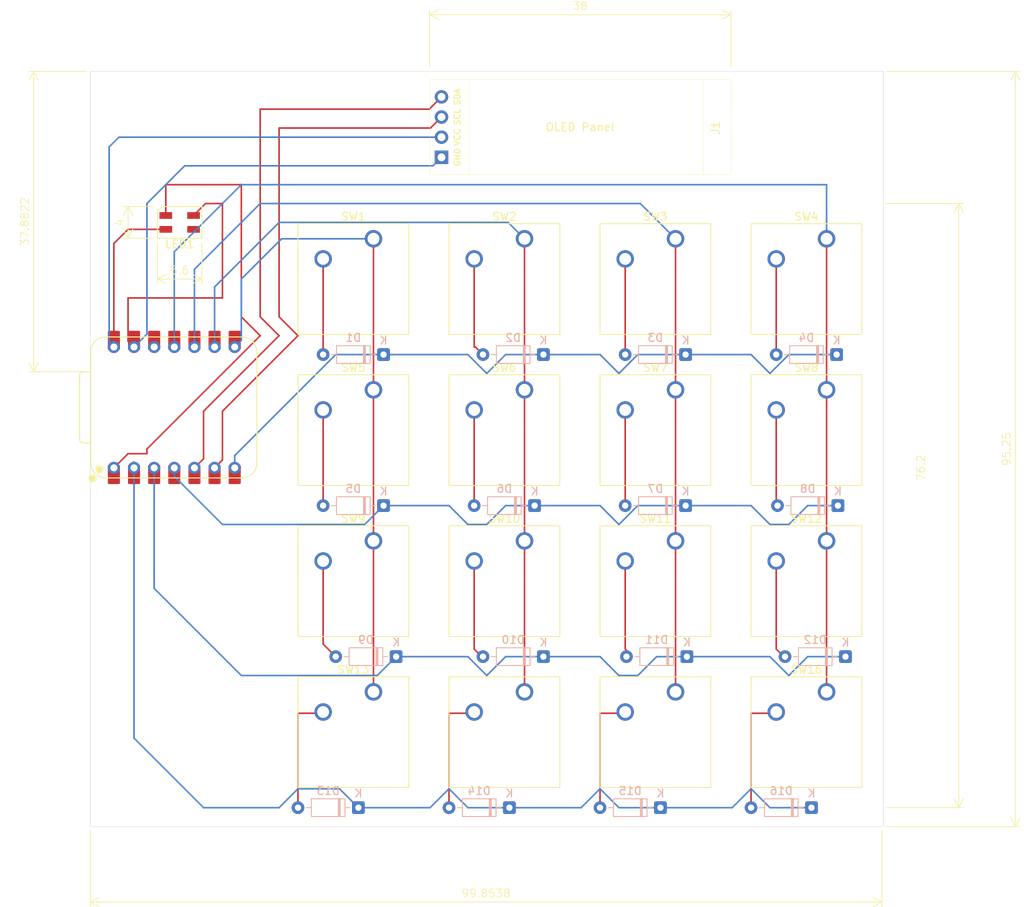
<source format=kicad_pcb>
(kicad_pcb (version 20241229) (generator "pcbnew") (generator_version "9.0")
  (layers (0 "F.Cu" signal) (2 "B.Cu" signal) (13 "F.Paste" user) (15 "B.Paste" user) (5 "F.SilkS" user "F.Silkscreen") (7 "B.SilkS" user "B.Silkscreen") (1 "F.Mask" user) (3 "B.Mask" user) (25 "Edge.Cuts" user))
  (net 0 "")
  (net 1 "Net-(D1-K)")
  (net 2 "Net-(D1-A)")
  (net 3 "Net-(D2-A)")
  (net 4 "Net-(D3-A)")
  (net 5 "Net-(D4-A)")
  (net 6 "Net-(D5-K)")
  (net 7 "Net-(D5-A)")
  (net 8 "Net-(D6-A)")
  (net 9 "Net-(D7-A)")
  (net 10 "Net-(D8-A)")
  (net 11 "Net-(D9-A)")
  (net 12 "+5V")
  (net 13 "GND")
  (net 14 "Net-(D11-A)")
  (net 15 "Net-(D12-A)")
  (net 16 "Net-(D13-A)")
  (net 17 "Net-(D14-A)")
  (net 18 "Net-(D15-A)")
  (net 19 "Net-(D16-A)")
  (net 20 "Net-(J1-Pin_4)")
  (net 21 "Net-(J1-Pin_3)")
  (net 22 "Net-(U1-GPIO1{slash}RX)")
  (net 23 "Net-(U1-GPIO2{slash}SCK)")
  (net 24 "Net-(U1-GPIO4{slash}MISO)")
  (net 25 "Net-(U1-GPIO3{slash}MOSI)")
  (net 27 "Net-(D10-K)")
  (net 28 "Net-(D10-A)")
  (net 29 "Net-(D13-K)")
  (net 31 "Net-(LED1-DIN)")
  (footprint "Button_Switch_Keyboard:SW_Cherry_MX_1.00u_PCB" (layer "F.Cu") (at 123.825 52.07)
    (property "Reference" "SW3" (at -2.54 -2.794 0) (layer "F.SilkS"))
    (property "Value" "SW_Push_45deg")
    (pad "" np_thru_hole circle (at -7.62 5.08) (size 1.7 1.7) (drill 1.7) (layers "*.Cu" "*.Mask"))
    (pad "" np_thru_hole circle (at -2.54 5.08) (size 4 4) (drill 4) (layers "*.Cu" "*.Mask"))
    (pad "" np_thru_hole circle (at 2.54 5.08) (size 1.7 1.7) (drill 1.7) (layers "*.Cu" "*.Mask"))
    (pad "1" thru_hole circle (at 0 0) (size 2.2 2.2) (drill 1.5) (layers "*.Cu" "*.Mask") (net 24 "Net-(U1-GPIO4{slash}MISO)"))
    (pad "2" thru_hole circle (at -6.35 2.54) (size 2.2 2.2) (drill 1.5) (layers "*.Cu" "*.Mask") (net 4 "Net-(D3-A)"))
  )
  (footprint "Button_Switch_Keyboard:SW_Cherry_MX_1.00u_PCB" (layer "F.Cu") (at 85.725 71.12)
    (property "Reference" "SW5" (at -2.54 -2.794 0) (layer "F.SilkS"))
    (property "Value" "SW_Push_45deg")
    (pad "" np_thru_hole circle (at -7.62 5.08) (size 1.7 1.7) (drill 1.7) (layers "*.Cu" "*.Mask"))
    (pad "" np_thru_hole circle (at -2.54 5.08) (size 4 4) (drill 4) (layers "*.Cu" "*.Mask"))
    (pad "" np_thru_hole circle (at 2.54 5.08) (size 1.7 1.7) (drill 1.7) (layers "*.Cu" "*.Mask"))
    (pad "1" thru_hole circle (at 0 0) (size 2.2 2.2) (drill 1.5) (layers "*.Cu" "*.Mask") (net 22 "Net-(U1-GPIO1{slash}RX)"))
    (pad "2" thru_hole circle (at -6.35 2.54) (size 2.2 2.2) (drill 1.5) (layers "*.Cu" "*.Mask") (net 7 "Net-(D5-A)"))
  )
  (footprint "Button_Switch_Keyboard:SW_Cherry_MX_1.00u_PCB" (layer "F.Cu") (at 104.775 109.22)
    (property "Reference" "SW14" (hide yes))
    (property "Value" "SW_Push_45deg")
    (pad "" np_thru_hole circle (at -7.62 5.08) (size 1.7 1.7) (drill 1.7) (layers "*.Cu" "*.Mask"))
    (pad "" np_thru_hole circle (at -2.54 5.08) (size 4 4) (drill 4) (layers "*.Cu" "*.Mask"))
    (pad "" np_thru_hole circle (at 2.54 5.08) (size 1.7 1.7) (drill 1.7) (layers "*.Cu" "*.Mask"))
    (pad "1" thru_hole circle (at 0 0) (size 2.2 2.2) (drill 1.5) (layers "*.Cu" "*.Mask") (net 23 "Net-(U1-GPIO2{slash}SCK)"))
    (pad "2" thru_hole circle (at -6.35 2.54) (size 2.2 2.2) (drill 1.5) (layers "*.Cu" "*.Mask") (net 17 "Net-(D14-A)"))
  )
  (footprint "Button_Switch_Keyboard:SW_Cherry_MX_1.00u_PCB" (layer "F.Cu") (at 104.775 52.07)
    (property "Reference" "SW2" (at -2.54 -2.794 0) (layer "F.SilkS"))
    (property "Value" "SW_Push_45deg")
    (pad "" np_thru_hole circle (at -7.62 5.08) (size 1.7 1.7) (drill 1.7) (layers "*.Cu" "*.Mask"))
    (pad "" np_thru_hole circle (at -2.54 5.08) (size 4 4) (drill 4) (layers "*.Cu" "*.Mask"))
    (pad "" np_thru_hole circle (at 2.54 5.08) (size 1.7 1.7) (drill 1.7) (layers "*.Cu" "*.Mask"))
    (pad "1" thru_hole circle (at 0 0) (size 2.2 2.2) (drill 1.5) (layers "*.Cu" "*.Mask") (net 23 "Net-(U1-GPIO2{slash}SCK)"))
    (pad "2" thru_hole circle (at -6.35 2.54) (size 2.2 2.2) (drill 1.5) (layers "*.Cu" "*.Mask") (net 3 "Net-(D2-A)"))
  )
  (footprint "Button_Switch_Keyboard:SW_Cherry_MX_1.00u_PCB" (layer "F.Cu") (at 123.825 109.22)
    (property "Reference" "SW15" (hide yes))
    (property "Value" "SW_Push_45deg")
    (pad "" np_thru_hole circle (at -7.62 5.08) (size 1.7 1.7) (drill 1.7) (layers "*.Cu" "*.Mask"))
    (pad "" np_thru_hole circle (at -2.54 5.08) (size 4 4) (drill 4) (layers "*.Cu" "*.Mask"))
    (pad "" np_thru_hole circle (at 2.54 5.08) (size 1.7 1.7) (drill 1.7) (layers "*.Cu" "*.Mask"))
    (pad "1" thru_hole circle (at 0 0) (size 2.2 2.2) (drill 1.5) (layers "*.Cu" "*.Mask") (net 24 "Net-(U1-GPIO4{slash}MISO)"))
    (pad "2" thru_hole circle (at -6.35 2.54) (size 2.2 2.2) (drill 1.5) (layers "*.Cu" "*.Mask") (net 18 "Net-(D15-A)"))
  )
  (footprint "OPL Library:XIAO-RP2040-DIP" (layer "F.Cu") (at 60.60125 73.3425 90)
    (property "Reference" "U1" (hide yes))
    (property "Value" "XIAO-RP2040-DIP")
    (pad "1" smd roundrect (at -8.455 -7.62 270) (size 2.432 1.524) (layers "F.Cu" "F.Mask") (roundrect_rratio 0.1) (net 31 "Net-(LED1-DIN)"))
    (pad "1" thru_hole circle (at -7.62 -7.62 270) (size 1.524 1.524) (drill 0.889) (layers "*.Cu" "*.Mask") (net 31 "Net-(LED1-DIN)"))
    (pad "2" smd roundrect (at -8.455 -5.08 270) (size 2.432 1.524) (layers "F.Cu" "F.Mask") (roundrect_rratio 0.1) (net 29 "Net-(D13-K)"))
    (pad "2" thru_hole circle (at -7.62 -5.08 270) (size 1.524 1.524) (drill 0.889) (layers "*.Cu" "*.Mask") (net 29 "Net-(D13-K)"))
    (pad "3" smd roundrect (at -8.455 -2.54 270) (size 2.432 1.524) (layers "F.Cu" "F.Mask") (roundrect_rratio 0.1) (net 27 "Net-(D10-K)"))
    (pad "3" thru_hole circle (at -7.62 -2.54 270) (size 1.524 1.524) (drill 0.889) (layers "*.Cu" "*.Mask") (net 27 "Net-(D10-K)"))
    (pad "4" smd roundrect (at -8.455 0 270) (size 2.432 1.524) (layers "F.Cu" "F.Mask") (roundrect_rratio 0.1) (net 6 "Net-(D5-K)"))
    (pad "4" thru_hole circle (at -7.62 0 270) (size 1.524 1.524) (drill 0.889) (layers "*.Cu" "*.Mask") (net 6 "Net-(D5-K)"))
    (pad "5" smd roundrect (at -8.455 2.54 270) (size 2.432 1.524) (layers "F.Cu" "F.Mask") (roundrect_rratio 0.1) (net 20 "Net-(J1-Pin_4)"))
    (pad "5" thru_hole circle (at -7.62 2.54 270) (size 1.524 1.524) (drill 0.889) (layers "*.Cu" "*.Mask") (net 20 "Net-(J1-Pin_4)"))
    (pad "6" smd roundrect (at -8.455 5.08 270) (size 2.432 1.524) (layers "F.Cu" "F.Mask") (roundrect_rratio 0.1) (net 21 "Net-(J1-Pin_3)"))
    (pad "6" thru_hole circle (at -7.62 5.08 270) (size 1.524 1.524) (drill 0.889) (layers "*.Cu" "*.Mask") (net 21 "Net-(J1-Pin_3)"))
    (pad "7" smd roundrect (at -8.455 7.62 270) (size 2.432 1.524) (layers "F.Cu" "F.Mask") (roundrect_rratio 0.1) (net 1 "Net-(D1-K)"))
    (pad "7" thru_hole circle (at -7.62 7.62 270) (size 1.524 1.524) (drill 0.889) (layers "*.Cu" "*.Mask") (net 1 "Net-(D1-K)"))
    (pad "8" thru_hole circle (at 7.62 7.62 90) (size 1.524 1.524) (drill 0.889) (layers "*.Cu" "*.Mask") (net 22 "Net-(U1-GPIO1{slash}RX)"))
    (pad "8" smd roundrect (at 8.455 7.62 90) (size 2.432 1.524) (layers "F.Cu" "F.Mask") (roundrect_rratio 0.1) (net 22 "Net-(U1-GPIO1{slash}RX)"))
    (pad "9" thru_hole circle (at 7.62 5.08 90) (size 1.524 1.524) (drill 0.889) (layers "*.Cu" "*.Mask") (net 23 "Net-(U1-GPIO2{slash}SCK)"))
    (pad "9" smd roundrect (at 8.455 5.08 90) (size 2.432 1.524) (layers "F.Cu" "F.Mask") (roundrect_rratio 0.1) (net 23 "Net-(U1-GPIO2{slash}SCK)"))
    (pad "10" thru_hole circle (at 7.62 2.54 90) (size 1.524 1.524) (drill 0.889) (layers "*.Cu" "*.Mask") (net 24 "Net-(U1-GPIO4{slash}MISO)"))
    (pad "10" smd roundrect (at 8.455 2.54 90) (size 2.432 1.524) (layers "F.Cu" "F.Mask") (roundrect_rratio 0.1) (net 24 "Net-(U1-GPIO4{slash}MISO)"))
    (pad "11" thru_hole circle (at 7.62 0 90) (size 1.524 1.524) (drill 0.889) (layers "*.Cu" "*.Mask") (net 25 "Net-(U1-GPIO3{slash}MOSI)"))
    (pad "11" smd roundrect (at 8.455 0 90) (size 2.432 1.524) (layers "F.Cu" "F.Mask") (roundrect_rratio 0.1) (net 25 "Net-(U1-GPIO3{slash}MOSI)"))
    (pad "12" thru_hole circle (at 7.62 -2.54 90) (size 1.524 1.524) (drill 0.889) (layers "*.Cu" "*.Mask"))
    (pad "12" smd roundrect (at 8.455 -2.54 90) (size 2.432 1.524) (layers "F.Cu" "F.Mask") (roundrect_rratio 0.1))
    (pad "13" thru_hole circle (at 7.62 -5.08 90) (size 1.524 1.524) (drill 0.889) (layers "*.Cu" "*.Mask") (net 13 "GND"))
    (pad "13" smd roundrect (at 8.455 -5.08 90) (size 2.432 1.524) (layers "F.Cu" "F.Mask") (roundrect_rratio 0.1) (net 13 "GND"))
    (pad "14" thru_hole circle (at 7.62 -7.62 90) (size 1.524 1.524) (drill 0.889) (layers "*.Cu" "*.Mask") (net 12 "+5V"))
    (pad "14" smd roundrect (at 8.455 -7.62 90) (size 2.432 1.524) (layers "F.Cu" "F.Mask") (roundrect_rratio 0.1) (net 12 "+5V"))
  )
  (footprint "Button_Switch_Keyboard:SW_Cherry_MX_1.00u_PCB" (layer "F.Cu") (at 142.875 71.12)
    (property "Reference" "SW8" (at -2.54 -2.794 0) (layer "F.SilkS"))
    (property "Value" "SW_Push_45deg")
    (pad "" np_thru_hole circle (at -7.62 5.08) (size 1.7 1.7) (drill 1.7) (layers "*.Cu" "*.Mask"))
    (pad "" np_thru_hole circle (at -2.54 5.08) (size 4 4) (drill 4) (layers "*.Cu" "*.Mask"))
    (pad "" np_thru_hole circle (at 2.54 5.08) (size 1.7 1.7) (drill 1.7) (layers "*.Cu" "*.Mask"))
    (pad "1" thru_hole circle (at 0 0) (size 2.2 2.2) (drill 1.5) (layers "*.Cu" "*.Mask") (net 25 "Net-(U1-GPIO3{slash}MOSI)"))
    (pad "2" thru_hole circle (at -6.35 2.54) (size 2.2 2.2) (drill 1.5) (layers "*.Cu" "*.Mask") (net 10 "Net-(D8-A)"))
  )
  (footprint "LED_SMD:LED_SK6812MINI_PLCC4_3.5x3.5mm_P1.75mm" (layer "F.Cu") (at 61.28125 50.00625 180)
    (property "Reference" "LED1" (at 0 -2.75 180) (layer "F.SilkS"))
    (property "Value" "SK6812MINI")
    (pad "1" smd rect (at -1.75 -0.875 180) (size 1.6 0.85) (layers "F.Cu" "F.Mask" "F.Paste"))
    (pad "2" smd rect (at -1.75 0.875 180) (size 1.6 0.85) (layers "F.Cu" "F.Mask" "F.Paste") (net 13 "GND"))
    (pad "3" smd rect (at 1.75 0.875 180) (size 1.6 0.85) (layers "F.Cu" "F.Mask" "F.Paste") (net 31 "Net-(LED1-DIN)"))
    (pad "4" smd rect (at 1.75 -0.875 180) (size 1.6 0.85) (layers "F.Cu" "F.Mask" "F.Paste") (net 12 "+5V"))
  )
  (footprint "Button_Switch_Keyboard:SW_Cherry_MX_1.00u_PCB" (layer "F.Cu") (at 85.725 109.22)
    (property "Reference" "SW13" (at -2.54 -2.794 0) (layer "F.SilkS"))
    (property "Value" "SW_Push_45deg")
    (pad "" np_thru_hole circle (at -7.62 5.08) (size 1.7 1.7) (drill 1.7) (layers "*.Cu" "*.Mask"))
    (pad "" np_thru_hole circle (at -2.54 5.08) (size 4 4) (drill 4) (layers "*.Cu" "*.Mask"))
    (pad "" np_thru_hole circle (at 2.54 5.08) (size 1.7 1.7) (drill 1.7) (layers "*.Cu" "*.Mask"))
    (pad "1" thru_hole circle (at 0 0) (size 2.2 2.2) (drill 1.5) (layers "*.Cu" "*.Mask") (net 22 "Net-(U1-GPIO1{slash}RX)"))
    (pad "2" thru_hole circle (at -6.35 2.54) (size 2.2 2.2) (drill 1.5) (layers "*.Cu" "*.Mask") (net 16 "Net-(D13-A)"))
  )
  (footprint "Button_Switch_Keyboard:SW_Cherry_MX_1.00u_PCB" (layer "F.Cu") (at 142.875 109.22)
    (property "Reference" "SW16" (at -2.54 -2.794 0) (layer "F.SilkS"))
    (property "Value" "SW_Push_45deg")
    (pad "" np_thru_hole circle (at -7.62 5.08) (size 1.7 1.7) (drill 1.7) (layers "*.Cu" "*.Mask"))
    (pad "" np_thru_hole circle (at -2.54 5.08) (size 4 4) (drill 4) (layers "*.Cu" "*.Mask"))
    (pad "" np_thru_hole circle (at 2.54 5.08) (size 1.7 1.7) (drill 1.7) (layers "*.Cu" "*.Mask"))
    (pad "1" thru_hole circle (at 0 0) (size 2.2 2.2) (drill 1.5) (layers "*.Cu" "*.Mask") (net 25 "Net-(U1-GPIO3{slash}MOSI)"))
    (pad "2" thru_hole circle (at -6.35 2.54) (size 2.2 2.2) (drill 1.5) (layers "*.Cu" "*.Mask") (net 19 "Net-(D16-A)"))
  )
  (footprint "Button_Switch_Keyboard:SW_Cherry_MX_1.00u_PCB" (layer "F.Cu") (at 85.725 52.07)
    (property "Reference" "SW1" (at -2.54 -2.794 0) (layer "F.SilkS"))
    (property "Value" "SW_Push_45deg")
    (pad "" np_thru_hole circle (at -7.62 5.08) (size 1.7 1.7) (drill 1.7) (layers "*.Cu" "*.Mask"))
    (pad "" np_thru_hole circle (at -2.54 5.08) (size 4 4) (drill 4) (layers "*.Cu" "*.Mask"))
    (pad "" np_thru_hole circle (at 2.54 5.08) (size 1.7 1.7) (drill 1.7) (layers "*.Cu" "*.Mask"))
    (pad "1" thru_hole circle (at 0 0) (size 2.2 2.2) (drill 1.5) (layers "*.Cu" "*.Mask") (net 22 "Net-(U1-GPIO1{slash}RX)"))
    (pad "2" thru_hole circle (at -6.35 2.54) (size 2.2 2.2) (drill 1.5) (layers "*.Cu" "*.Mask") (net 2 "Net-(D1-A)"))
  )
  (footprint "Button_Switch_Keyboard:SW_Cherry_MX_1.00u_PCB" (layer "F.Cu") (at 142.875 90.17)
    (property "Reference" "SW12" (at -2.54 -2.794 0) (layer "F.SilkS"))
    (property "Value" "SW_Push_45deg")
    (pad "" np_thru_hole circle (at -7.62 5.08) (size 1.7 1.7) (drill 1.7) (layers "*.Cu" "*.Mask"))
    (pad "" np_thru_hole circle (at -2.54 5.08) (size 4 4) (drill 4) (layers "*.Cu" "*.Mask"))
    (pad "" np_thru_hole circle (at 2.54 5.08) (size 1.7 1.7) (drill 1.7) (layers "*.Cu" "*.Mask"))
    (pad "1" thru_hole circle (at 0 0) (size 2.2 2.2) (drill 1.5) (layers "*.Cu" "*.Mask") (net 25 "Net-(U1-GPIO3{slash}MOSI)"))
    (pad "2" thru_hole circle (at -6.35 2.54) (size 2.2 2.2) (drill 1.5) (layers "*.Cu" "*.Mask") (net 15 "Net-(D12-A)"))
  )
  (footprint "Button_Switch_Keyboard:SW_Cherry_MX_1.00u_PCB" (layer "F.Cu") (at 85.725 90.17)
    (property "Reference" "SW9" (at -2.54 -2.794 0) (layer "F.SilkS"))
    (property "Value" "SW_Push_45deg")
    (pad "" np_thru_hole circle (at -7.62 5.08) (size 1.7 1.7) (drill 1.7) (layers "*.Cu" "*.Mask"))
    (pad "" np_thru_hole circle (at -2.54 5.08) (size 4 4) (drill 4) (layers "*.Cu" "*.Mask"))
    (pad "" np_thru_hole circle (at 2.54 5.08) (size 1.7 1.7) (drill 1.7) (layers "*.Cu" "*.Mask"))
    (pad "1" thru_hole circle (at 0 0) (size 2.2 2.2) (drill 1.5) (layers "*.Cu" "*.Mask") (net 22 "Net-(U1-GPIO1{slash}RX)"))
    (pad "2" thru_hole circle (at -6.35 2.54) (size 2.2 2.2) (drill 1.5) (layers "*.Cu" "*.Mask") (net 11 "Net-(D9-A)"))
  )
  (footprint "Button_Switch_Keyboard:SW_Cherry_MX_1.00u_PCB" (layer "F.Cu") (at 104.775 71.12)
    (property "Reference" "SW6" (at -2.54 -2.794 0) (layer "F.SilkS"))
    (property "Value" "SW_Push_45deg")
    (pad "" np_thru_hole circle (at -7.62 5.08) (size 1.7 1.7) (drill 1.7) (layers "*.Cu" "*.Mask"))
    (pad "" np_thru_hole circle (at -2.54 5.08) (size 4 4) (drill 4) (layers "*.Cu" "*.Mask"))
    (pad "" np_thru_hole circle (at 2.54 5.08) (size 1.7 1.7) (drill 1.7) (layers "*.Cu" "*.Mask"))
    (pad "1" thru_hole circle (at 0 0) (size 2.2 2.2) (drill 1.5) (layers "*.Cu" "*.Mask") (net 23 "Net-(U1-GPIO2{slash}SCK)"))
    (pad "2" thru_hole circle (at -6.35 2.54) (size 2.2 2.2) (drill 1.5) (layers "*.Cu" "*.Mask") (net 8 "Net-(D6-A)"))
  )
  (footprint "Button_Switch_Keyboard:SW_Cherry_MX_1.00u_PCB" (layer "F.Cu") (at 123.825 71.12)
    (property "Reference" "SW7" (at -2.54 -2.794 0) (layer "F.SilkS"))
    (property "Value" "SW_Push_45deg")
    (pad "" np_thru_hole circle (at -7.62 5.08) (size 1.7 1.7) (drill 1.7) (layers "*.Cu" "*.Mask"))
    (pad "" np_thru_hole circle (at -2.54 5.08) (size 4 4) (drill 4) (layers "*.Cu" "*.Mask"))
    (pad "" np_thru_hole circle (at 2.54 5.08) (size 1.7 1.7) (drill 1.7) (layers "*.Cu" "*.Mask"))
    (pad "1" thru_hole circle (at 0 0) (size 2.2 2.2) (drill 1.5) (layers "*.Cu" "*.Mask") (net 24 "Net-(U1-GPIO4{slash}MISO)"))
    (pad "2" thru_hole circle (at -6.35 2.54) (size 2.2 2.2) (drill 1.5) (layers "*.Cu" "*.Mask") (net 9 "Net-(D7-A)"))
  )
  (footprint "Button_Switch_Keyboard:SW_Cherry_MX_1.00u_PCB" (layer "F.Cu") (at 104.775 90.17)
    (property "Reference" "SW10" (at -2.54 -2.794 0) (layer "F.SilkS"))
    (property "Value" "SW_Push_45deg")
    (pad "" np_thru_hole circle (at -7.62 5.08) (size 1.7 1.7) (drill 1.7) (layers "*.Cu" "*.Mask"))
    (pad "" np_thru_hole circle (at -2.54 5.08) (size 4 4) (drill 4) (layers "*.Cu" "*.Mask"))
    (pad "" np_thru_hole circle (at 2.54 5.08) (size 1.7 1.7) (drill 1.7) (layers "*.Cu" "*.Mask"))
    (pad "1" thru_hole circle (at 0 0) (size 2.2 2.2) (drill 1.5) (layers "*.Cu" "*.Mask") (net 23 "Net-(U1-GPIO2{slash}SCK)"))
    (pad "2" thru_hole circle (at -6.35 2.54) (size 2.2 2.2) (drill 1.5) (layers "*.Cu" "*.Mask") (net 28 "Net-(D10-A)"))
  )
  (footprint "Button_Switch_Keyboard:SW_Cherry_MX_1.00u_PCB" (layer "F.Cu") (at 142.875 52.07)
    (property "Reference" "SW4" (at -2.54 -2.794 0) (layer "F.SilkS"))
    (property "Value" "SW_Push_45deg")
    (pad "" np_thru_hole circle (at -7.62 5.08) (size 1.7 1.7) (drill 1.7) (layers "*.Cu" "*.Mask"))
    (pad "" np_thru_hole circle (at -2.54 5.08) (size 4 4) (drill 4) (layers "*.Cu" "*.Mask"))
    (pad "" np_thru_hole circle (at 2.54 5.08) (size 1.7 1.7) (drill 1.7) (layers "*.Cu" "*.Mask"))
    (pad "1" thru_hole circle (at 0 0) (size 2.2 2.2) (drill 1.5) (layers "*.Cu" "*.Mask") (net 25 "Net-(U1-GPIO3{slash}MOSI)"))
    (pad "2" thru_hole circle (at -6.35 2.54) (size 2.2 2.2) (drill 1.5) (layers "*.Cu" "*.Mask") (net 5 "Net-(D4-A)"))
  )
  (footprint "screen:SSD1306-0.91-OLED-4pin-128x32" (layer "F.Cu") (at 130.80375 43.985 180)
    (property "Reference" "J1" (at 1.9 5.91 270) (layer "F.SilkS"))
    (property "Value" "OLED" (hide yes))
    (fp_text user "OLED Panel" (at 19 6 180) (layer "F.SilkS"))
    (fp_text user "VCC" (at 34.5 4.73 90) (layer "F.SilkS") (effects (font (size 0.75 0.75))))
    (fp_text user "GND" (at 34.5 2.19 90) (layer "F.SilkS") (effects (font (size 0.75 0.75))))
    (fp_text user "SDA" (at 34.5 9.81 90) (layer "F.SilkS") (effects (font (size 0.75 0.75))))
    (fp_text user "SCL" (at 34.5 7.27 90) (layer "F.SilkS") (effects (font (size 0.75 0.75))))
    (pad "1" thru_hole rect (at 36.5 2.19 180) (size 1.7 1.7) (drill 1) (layers "*.Cu" "*.Mask") (net 13 "GND"))
    (pad "2" thru_hole oval (at 36.5 4.73 180) (size 1.7 1.7) (drill 1) (layers "*.Cu" "*.Mask") (net 12 "+5V"))
    (pad "3" thru_hole oval (at 36.5 7.27 180) (size 1.7 1.7) (drill 1) (layers "*.Cu" "*.Mask") (net 21 "Net-(J1-Pin_3)"))
    (pad "4" thru_hole oval (at 36.5 9.81 180) (size 1.7 1.7) (drill 1) (layers "*.Cu" "*.Mask") (net 20 "Net-(J1-Pin_4)"))
  )
  (footprint "Button_Switch_Keyboard:SW_Cherry_MX_1.00u_PCB" (layer "F.Cu") (at 123.825 90.17)
    (property "Reference" "SW11" (at -2.54 -2.794 0) (layer "F.SilkS"))
    (property "Value" "SW_Push_45deg")
    (pad "" np_thru_hole circle (at -7.62 5.08) (size 1.7 1.7) (drill 1.7) (layers "*.Cu" "*.Mask"))
    (pad "" np_thru_hole circle (at -2.54 5.08) (size 4 4) (drill 4) (layers "*.Cu" "*.Mask"))
    (pad "" np_thru_hole circle (at 2.54 5.08) (size 1.7 1.7) (drill 1.7) (layers "*.Cu" "*.Mask"))
    (pad "1" thru_hole circle (at 0 0) (size 2.2 2.2) (drill 1.5) (layers "*.Cu" "*.Mask") (net 24 "Net-(U1-GPIO4{slash}MISO)"))
    (pad "2" thru_hole circle (at -6.35 2.54) (size 2.2 2.2) (drill 1.5) (layers "*.Cu" "*.Mask") (net 14 "Net-(D11-A)"))
  )
  (footprint "Diode_THT:D_DO-35_SOD27_P7.62mm_Horizontal" (layer "B.Cu") (at 125.095 66.675 180)
    (property "Reference" "D3" (at 3.81 2.12 0) (layer "B.SilkS") (effects (justify mirror)))
    (property "Value" "1N4148")
    (fp_text user "K" (at 0 1.8 0) (layer "B.SilkS") (effects (justify mirror)))
    (pad "1" thru_hole roundrect (at 0 0 180) (size 1.6 1.6) (drill 0.8) (layers "*.Cu" "*.Mask") (roundrect_rratio 0.15625) (net 1 "Net-(D1-K)"))
    (pad "2" thru_hole circle (at 7.62 0 180) (size 1.6 1.6) (drill 0.8) (layers "*.Cu" "*.Mask") (net 4 "Net-(D3-A)"))
  )
  (footprint "Diode_THT:D_DO-35_SOD27_P7.62mm_Horizontal" (layer "B.Cu") (at 145.25625 104.775 180)
    (property "Reference" "D12" (at 3.81 2.12 0) (layer "B.SilkS") (effects (justify mirror)))
    (property "Value" "1N4148")
    (fp_text user "K" (at 0 1.8 0) (layer "B.SilkS") (effects (justify mirror)))
    (pad "1" thru_hole roundrect (at 0 0 180) (size 1.6 1.6) (drill 0.8) (layers "*.Cu" "*.Mask") (roundrect_rratio 0.15625) (net 27 "Net-(D10-K)"))
    (pad "2" thru_hole circle (at 7.62 0 180) (size 1.6 1.6) (drill 0.8) (layers "*.Cu" "*.Mask") (net 15 "Net-(D12-A)"))
  )
  (footprint "Diode_THT:D_DO-35_SOD27_P7.62mm_Horizontal" (layer "B.Cu") (at 125.25375 104.775 180)
    (property "Reference" "D11" (at 3.81 2.12 0) (layer "B.SilkS") (effects (justify mirror)))
    (property "Value" "1N4148")
    (fp_text user "K" (at 0 1.8 0) (layer "B.SilkS") (effects (justify mirror)))
    (pad "1" thru_hole roundrect (at 0 0 180) (size 1.6 1.6) (drill 0.8) (layers "*.Cu" "*.Mask") (roundrect_rratio 0.15625) (net 27 "Net-(D10-K)"))
    (pad "2" thru_hole circle (at 7.62 0 180) (size 1.6 1.6) (drill 0.8) (layers "*.Cu" "*.Mask") (net 14 "Net-(D11-A)"))
  )
  (footprint "Diode_THT:D_DO-35_SOD27_P7.62mm_Horizontal" (layer "B.Cu") (at 121.92 123.825 180)
    (property "Reference" "D15" (at 3.81 2.12 0) (layer "B.SilkS") (effects (justify mirror)))
    (property "Value" "1N4148")
    (fp_text user "K" (at 0 1.8 0) (layer "B.SilkS") (effects (justify mirror)))
    (pad "1" thru_hole roundrect (at 0 0 180) (size 1.6 1.6) (drill 0.8) (layers "*.Cu" "*.Mask") (roundrect_rratio 0.15625) (net 29 "Net-(D13-K)"))
    (pad "2" thru_hole circle (at 7.62 0 180) (size 1.6 1.6) (drill 0.8) (layers "*.Cu" "*.Mask") (net 18 "Net-(D15-A)"))
  )
  (footprint "Diode_THT:D_DO-35_SOD27_P7.62mm_Horizontal" (layer "B.Cu") (at 140.97 123.825 180)
    (property "Reference" "D16" (at 3.81 2.12 0) (layer "B.SilkS") (effects (justify mirror)))
    (property "Value" "1N4148")
    (fp_text user "K" (at 0 1.8 0) (layer "B.SilkS") (effects (justify mirror)))
    (pad "1" thru_hole roundrect (at 0 0 180) (size 1.6 1.6) (drill 0.8) (layers "*.Cu" "*.Mask") (roundrect_rratio 0.15625) (net 29 "Net-(D13-K)"))
    (pad "2" thru_hole circle (at 7.62 0 180) (size 1.6 1.6) (drill 0.8) (layers "*.Cu" "*.Mask") (net 19 "Net-(D16-A)"))
  )
  (footprint "Diode_THT:D_DO-35_SOD27_P7.62mm_Horizontal" (layer "B.Cu") (at 107.15625 104.775 180)
    (property "Reference" "D10" (at 3.81 2.12 0) (layer "B.SilkS") (effects (justify mirror)))
    (property "Value" "1N4148")
    (fp_text user "K" (at 0 1.8 0) (layer "B.SilkS") (effects (justify mirror)))
    (pad "1" thru_hole roundrect (at 0 0 180) (size 1.6 1.6) (drill 0.8) (layers "*.Cu" "*.Mask") (roundrect_rratio 0.15625) (net 27 "Net-(D10-K)"))
    (pad "2" thru_hole circle (at 7.62 0 180) (size 1.6 1.6) (drill 0.8) (layers "*.Cu" "*.Mask") (net 28 "Net-(D10-A)"))
  )
  (footprint "Diode_THT:D_DO-35_SOD27_P7.62mm_Horizontal" (layer "B.Cu") (at 144.145 66.675 180)
    (property "Reference" "D4" (at 3.81 2.12 0) (layer "B.SilkS") (effects (justify mirror)))
    (property "Value" "1N4148")
    (fp_text user "K" (at 0 1.8 0) (layer "B.SilkS") (effects (justify mirror)))
    (pad "1" thru_hole roundrect (at 0 0 180) (size 1.6 1.6) (drill 0.8) (layers "*.Cu" "*.Mask") (roundrect_rratio 0.15625) (net 1 "Net-(D1-K)"))
    (pad "2" thru_hole circle (at 7.62 0 180) (size 1.6 1.6) (drill 0.8) (layers "*.Cu" "*.Mask") (net 5 "Net-(D4-A)"))
  )
  (footprint "Diode_THT:D_DO-35_SOD27_P7.62mm_Horizontal" (layer "B.Cu") (at 86.995 66.675 180)
    (property "Reference" "D1" (at 3.81 2.12 0) (layer "B.SilkS") (effects (justify mirror)))
    (property "Value" "1N4148")
    (fp_text user "K" (at 0 1.8 0) (layer "B.SilkS") (effects (justify mirror)))
    (pad "1" thru_hole roundrect (at 0 0 180) (size 1.6 1.6) (drill 0.8) (layers "*.Cu" "*.Mask") (roundrect_rratio 0.15625) (net 1 "Net-(D1-K)"))
    (pad "2" thru_hole circle (at 7.62 0 180) (size 1.6 1.6) (drill 0.8) (layers "*.Cu" "*.Mask") (net 2 "Net-(D1-A)"))
  )
  (footprint "Diode_THT:D_DO-35_SOD27_P7.62mm_Horizontal" (layer "B.Cu") (at 102.87 123.825 180)
    (property "Reference" "D14" (at 3.81 2.12 0) (layer "B.SilkS") (effects (justify mirror)))
    (property "Value" "1N4148")
    (fp_text user "K" (at 0 1.8 0) (layer "B.SilkS") (effects (justify mirror)))
    (pad "1" thru_hole roundrect (at 0 0 180) (size 1.6 1.6) (drill 0.8) (layers "*.Cu" "*.Mask") (roundrect_rratio 0.15625) (net 29 "Net-(D13-K)"))
    (pad "2" thru_hole circle (at 7.62 0 180) (size 1.6 1.6) (drill 0.8) (layers "*.Cu" "*.Mask") (net 17 "Net-(D14-A)"))
  )
  (footprint "Diode_THT:D_DO-35_SOD27_P7.62mm_Horizontal" (layer "B.Cu") (at 144.30375 85.725 180)
    (property "Reference" "D8" (at 3.81 2.12 0) (layer "B.SilkS") (effects (justify mirror)))
    (property "Value" "1N4148")
    (fp_text user "K" (at 0 1.8 0) (layer "B.SilkS") (effects (justify mirror)))
    (pad "1" thru_hole roundrect (at 0 0 180) (size 1.6 1.6) (drill 0.8) (layers "*.Cu" "*.Mask") (roundrect_rratio 0.15625) (net 6 "Net-(D5-K)"))
    (pad "2" thru_hole circle (at 7.62 0 180) (size 1.6 1.6) (drill 0.8) (layers "*.Cu" "*.Mask") (net 10 "Net-(D8-A)"))
  )
  (footprint "Diode_THT:D_DO-35_SOD27_P7.62mm_Horizontal" (layer "B.Cu") (at 125.095 85.725 180)
    (property "Reference" "D7" (at 3.81 2.12 0) (layer "B.SilkS") (effects (justify mirror)))
    (property "Value" "1N4148")
    (fp_text user "K" (at 0 1.8 0) (layer "B.SilkS") (effects (justify mirror)))
    (pad "1" thru_hole roundrect (at 0 0 180) (size 1.6 1.6) (drill 0.8) (layers "*.Cu" "*.Mask") (roundrect_rratio 0.15625) (net 6 "Net-(D5-K)"))
    (pad "2" thru_hole circle (at 7.62 0 180) (size 1.6 1.6) (drill 0.8) (layers "*.Cu" "*.Mask") (net 9 "Net-(D7-A)"))
  )
  (footprint "Diode_THT:D_DO-35_SOD27_P7.62mm_Horizontal" (layer "B.Cu") (at 86.995 85.725 180)
    (property "Reference" "D5" (at 3.81 2.12 0) (layer "B.SilkS") (effects (justify mirror)))
    (property "Value" "1N4148")
    (fp_text user "K" (at 0 1.8 0) (layer "B.SilkS") (effects (justify mirror)))
    (pad "1" thru_hole roundrect (at 0 0 180) (size 1.6 1.6) (drill 0.8) (layers "*.Cu" "*.Mask") (roundrect_rratio 0.15625) (net 6 "Net-(D5-K)"))
    (pad "2" thru_hole circle (at 7.62 0 180) (size 1.6 1.6) (drill 0.8) (layers "*.Cu" "*.Mask") (net 7 "Net-(D5-A)"))
  )
  (footprint "Diode_THT:D_DO-35_SOD27_P7.62mm_Horizontal" (layer "B.Cu") (at 83.82 123.825 180)
    (property "Reference" "D13" (at 3.81 2.12 0) (layer "B.SilkS") (effects (justify mirror)))
    (property "Value" "1N4148")
    (fp_text user "K" (at 0 1.8 0) (layer "B.SilkS") (effects (justify mirror)))
    (pad "1" thru_hole roundrect (at 0 0 180) (size 1.6 1.6) (drill 0.8) (layers "*.Cu" "*.Mask") (roundrect_rratio 0.15625) (net 29 "Net-(D13-K)"))
    (pad "2" thru_hole circle (at 7.62 0 180) (size 1.6 1.6) (drill 0.8) (layers "*.Cu" "*.Mask") (net 16 "Net-(D13-A)"))
  )
  (footprint "Diode_THT:D_DO-35_SOD27_P7.62mm_Horizontal" (layer "B.Cu") (at 88.5825 104.775 180)
    (property "Reference" "D9" (at 3.81 2.12 0) (layer "B.SilkS") (effects (justify mirror)))
    (property "Value" "1N4148")
    (fp_text user "K" (at 0 1.8 0) (layer "B.SilkS") (effects (justify mirror)))
    (pad "1" thru_hole roundrect (at 0 0 180) (size 1.6 1.6) (drill 0.8) (layers "*.Cu" "*.Mask") (roundrect_rratio 0.15625) (net 27 "Net-(D10-K)"))
    (pad "2" thru_hole circle (at 7.62 0 180) (size 1.6 1.6) (drill 0.8) (layers "*.Cu" "*.Mask") (net 11 "Net-(D9-A)"))
  )
  (footprint "Diode_THT:D_DO-35_SOD27_P7.62mm_Horizontal" (layer "B.Cu") (at 106.045 85.725 180)
    (property "Reference" "D6" (at 3.81 2.12 0) (layer "B.SilkS") (effects (justify mirror)))
    (property "Value" "1N4148")
    (fp_text user "K" (at 0 1.8 0) (layer "B.SilkS") (effects (justify mirror)))
    (pad "1" thru_hole roundrect (at 0 0 180) (size 1.6 1.6) (drill 0.8) (layers "*.Cu" "*.Mask") (roundrect_rratio 0.15625) (net 6 "Net-(D5-K)"))
    (pad "2" thru_hole circle (at 7.62 0 180) (size 1.6 1.6) (drill 0.8) (layers "*.Cu" "*.Mask") (net 8 "Net-(D6-A)"))
  )
  (footprint "Diode_THT:D_DO-35_SOD27_P7.62mm_Horizontal" (layer "B.Cu") (at 107.15625 66.675 180)
    (property "Reference" "D2" (at 3.81 2.12 0) (layer "B.SilkS") (effects (justify mirror)))
    (property "Value" "1N4148")
    (fp_text user "K" (at 0 1.8 0) (layer "B.SilkS") (effects (justify mirror)))
    (pad "1" thru_hole roundrect (at 0 0 180) (size 1.6 1.6) (drill 0.8) (layers "*.Cu" "*.Mask") (roundrect_rratio 0.15625) (net 1 "Net-(D1-K)"))
    (pad "2" thru_hole circle (at 7.62 0 180) (size 1.6 1.6) (drill 0.8) (layers "*.Cu" "*.Mask") (net 3 "Net-(D2-A)"))
  )
  (gr_rect (start 50.00625 30.95625) (end 150.01875 126.20625) (stroke (width 0.05)) (fill no) (layer "Edge.Cuts"))
  (dimension (type orthogonal) (layer "F.SilkS") (pts (xy 150.01875 30.95625) (xy 149.86 126.20625)) (height 16.66875) (orientation 1) (format (prefix "") (suffix "") (units 3) (units_format 0) (precision 4) (suppress_zeroes yes)) (style (thickness 0.1) (arrow_length 1.27) (text_position_mode 0) (arrow_direction outward) (extension_height 0.58642) (extension_offset 0.5) (keep_text_aligned yes)) (gr_text "95.25" (at 165.5875 78.58125 90) (layer "F.SilkS") (effects (font (size 1 1) (thickness 0.1)))))
  (dimension (type orthogonal) (layer "F.SilkS") (pts (xy 58.48125 48.00625) (xy 58.48125 52.00625)) (height -3.7125) (orientation 1) (format (prefix "") (suffix "") (units 3) (units_format 0) (precision 4) (suppress_zeroes yes)) (style (thickness 0.1) (arrow_length 1.27) (text_position_mode 0) (arrow_direction outward) (extension_height 0.58642) (extension_offset 0.5) (keep_text_aligned yes)) (gr_text "4" (at 53.66875 50.00625 90) (layer "F.SilkS") (effects (font (size 1 1) (thickness 0.1)))))
  (dimension (type orthogonal) (layer "F.SilkS") (pts (xy 50.00625 30.95625) (xy 50.06025 68.8385)) (height -7.14375) (orientation 1) (format (prefix "") (suffix "") (units 3) (units_format 0) (precision 4) (suppress_zeroes yes)) (style (thickness 0.1) (arrow_length 1.27) (text_position_mode 0) (arrow_direction outward) (extension_height 0.58642) (extension_offset 0.5) (keep_text_aligned yes)) (gr_text "37.8822" (at 41.7625 49.897375 90) (layer "F.SilkS") (effects (font (size 1 1) (thickness 0.1)))))
  (dimension (type orthogonal) (layer "F.SilkS") (pts (xy 92.80375 30.8625) (xy 130.80375 30.8625)) (height -7.05) (orientation 0) (format (prefix "") (suffix "") (units 3) (units_format 0) (precision 4) (suppress_zeroes yes)) (style (thickness 0.1) (arrow_length 1.27) (text_position_mode 0) (arrow_direction outward) (extension_height 0.58642) (extension_offset 0.5) (keep_text_aligned yes)) (gr_text "38" (at 111.80375 22.7125 0) (layer "F.SilkS") (effects (font (size 1 1) (thickness 0.1)))))
  (dimension (type orthogonal) (layer "F.SilkS") (pts (xy 64.08125 52.00625) (xy 58.48125 52.00625)) (height 5.14375) (orientation 0) (format (prefix "") (suffix "") (units 3) (units_format 0) (precision 4) (suppress_zeroes yes)) (style (thickness 0.1) (arrow_length 1.27) (text_position_mode 0) (arrow_direction outward) (extension_height 0.58642) (extension_offset 0.5) (keep_text_aligned yes)) (gr_text "5.6" (at 61.28125 56.05 0) (layer "F.SilkS") (effects (font (size 1 1) (thickness 0.1)))))
  (dimension (type orthogonal) (layer "F.SilkS") (pts (xy 149.86 123.825) (xy 149.86 47.625)) (height 9.68375) (orientation 1) (format (prefix "") (suffix "") (units 3) (units_format 0) (precision 4) (suppress_zeroes yes)) (style (thickness 0.1) (arrow_length 1.27) (text_position_mode 2) (arrow_direction outward) (extension_height 0.58642) (extension_offset 0.5) (keep_text_aligned yes)) (gr_text "76.2" (at 154.78125 80.9625 90) (layer "F.SilkS") (effects (font (size 1 1) (thickness 0.1)))))
  (dimension (type orthogonal) (layer "F.SilkS") (pts (xy 149.86 126.20625) (xy 50.00625 126.20625)) (height 9.525) (orientation 0) (format (prefix "") (suffix "") (units 3) (units_format 0) (precision 4) (suppress_zeroes yes)) (style (thickness 0.1) (arrow_length 1.27) (text_position_mode 0) (arrow_direction outward) (extension_height 0.58642) (extension_offset 0.5) (keep_text_aligned yes)) (gr_text "99.8538" (at 99.933125 134.63125 0) (layer "F.SilkS") (effects (font (size 1 1) (thickness 0.1)))))
  (segment (start 100.0125 69.05625) (end 102.39375 66.675) (width 0.2) (layer "B.Cu") (net 1))
  (segment (start 138.1125 66.675) (end 144.145 66.675) (width 0.2) (layer "B.Cu") (net 1))
  (segment (start 133.35 66.675) (end 135.73125 69.05625) (width 0.2) (layer "B.Cu") (net 1))
  (segment (start 97.63125 66.675) (end 100.0125 69.05625) (width 0.2) (layer "B.Cu") (net 1))
  (segment (start 102.39375 66.675) (end 107.15625 66.675) (width 0.2) (layer "B.Cu") (net 1))
  (segment (start 135.73125 69.05625) (end 138.1125 66.675) (width 0.2) (layer "B.Cu") (net 1))
  (segment (start 68.22125 80.9625) (end 68.22125 79.41625) (width 0.2) (layer "B.Cu") (net 1))
  (segment (start 86.20125 66.675) (end 97.63125 66.675) (width 0.2) (layer "B.Cu") (net 1))
  (segment (start 80.9625 66.675) (end 86.20125 66.675) (width 0.2) (layer "B.Cu") (net 1))
  (segment (start 68.22125 79.41625) (end 80.9625 66.675) (width 0.2) (layer "B.Cu") (net 1))
  (segment (start 114.3 66.675) (end 116.68125 69.05625) (width 0.2) (layer "B.Cu") (net 1))
  (segment (start 107.15625 66.675) (end 114.3 66.675) (width 0.2) (layer "B.Cu") (net 1))
  (segment (start 116.68125 69.05625) (end 119.0625 66.675) (width 0.2) (layer "B.Cu") (net 1))
  (segment (start 125.095 66.675) (end 133.35 66.675) (width 0.2) (layer "B.Cu") (net 1))
  (segment (start 119.0625 66.675) (end 125.095 66.675) (width 0.2) (layer "B.Cu") (net 1))
  (segment (start 79.375 54.61) (end 79.375 66.675) (width 0.2) (layer "F.Cu") (net 2))
  (segment (start 98.8725 55.0575) (end 98.425 54.61) (width 0.2) (layer "F.Cu") (net 3))
  (segment (start 98.425 65.7225) (end 98.58375 65.7225) (width 0.2) (layer "F.Cu") (net 3))
  (segment (start 98.425 65.7225) (end 98.425 54.61) (width 0.2) (layer "F.Cu") (net 3))
  (segment (start 98.58375 65.7225) (end 99.53625 66.675) (width 0.2) (layer "F.Cu") (net 3))
  (segment (start 117.475 54.61) (end 117.475 66.675) (width 0.2) (layer "F.Cu") (net 4))
  (segment (start 117.9225 55.0575) (end 117.475 54.61) (width 0.2) (layer "F.Cu") (net 4))
  (segment (start 136.525 54.61) (end 136.525 66.675) (width 0.2) (layer "F.Cu") (net 5))
  (segment (start 116.68125 88.10625) (end 119.0625 85.725) (width 0.2) (layer "B.Cu") (net 6))
  (segment (start 97.63125 88.10625) (end 100.0125 88.10625) (width 0.2) (layer "B.Cu") (net 6))
  (segment (start 135.73125 88.10625) (end 138.1125 88.10625) (width 0.2) (layer "B.Cu") (net 6))
  (segment (start 140.49375 85.725) (end 144.30375 85.725) (width 0.2) (layer "B.Cu") (net 6))
  (segment (start 86.995 85.725) (end 95.25 85.725) (width 0.2) (layer "B.Cu") (net 6))
  (segment (start 119.0625 85.725) (end 125.095 85.725) (width 0.2) (layer "B.Cu") (net 6))
  (segment (start 138.1125 88.10625) (end 140.49375 85.725) (width 0.2) (layer "B.Cu") (net 6))
  (segment (start 60.60125 82.0325) (end 66.675 88.10625) (width 0.2) (layer "B.Cu") (net 6))
  (segment (start 66.675 88.10625) (end 84.61375 88.10625) (width 0.2) (layer "B.Cu") (net 6))
  (segment (start 133.35 85.725) (end 135.73125 88.10625) (width 0.2) (layer "B.Cu") (net 6))
  (segment (start 84.61375 88.10625) (end 86.995 85.725) (width 0.2) (layer "B.Cu") (net 6))
  (segment (start 125.095 85.725) (end 133.35 85.725) (width 0.2) (layer "B.Cu") (net 6))
  (segment (start 100.0125 88.10625) (end 102.39375 85.725) (width 0.2) (layer "B.Cu") (net 6))
  (segment (start 60.60125 80.9625) (end 60.60125 82.0325) (width 0.2) (layer "B.Cu") (net 6))
  (segment (start 106.045 85.725) (end 114.3 85.725) (width 0.2) (layer "B.Cu") (net 6))
  (segment (start 102.39375 85.725) (end 106.045 85.725) (width 0.2) (layer "B.Cu") (net 6))
  (segment (start 114.3 85.725) (end 116.68125 88.10625) (width 0.2) (layer "B.Cu") (net 6))
  (segment (start 95.25 85.725) (end 97.63125 88.10625) (width 0.2) (layer "B.Cu") (net 6))
  (segment (start 79.375 85.725) (end 79.375 73.66) (width 0.2) (layer "F.Cu") (net 7))
  (segment (start 98.425 73.66) (end 98.425 85.725) (width 0.2) (layer "F.Cu") (net 8))
  (segment (start 117.475 73.66) (end 117.475 85.725) (width 0.2) (layer "F.Cu") (net 9))
  (segment (start 117.31625 73.81875) (end 117.475 73.66) (width 0.2) (layer "B.Cu") (net 9))
  (segment (start 136.525 73.66) (end 136.525 85.56625) (width 0.2) (layer "F.Cu") (net 10))
  (segment (start 136.525 85.56625) (end 136.68375 85.725) (width 0.2) (layer "F.Cu") (net 10))
  (segment (start 136.68375 85.43625) (end 136.68375 85.725) (width 0.2) (layer "F.Cu") (net 10))
  (segment (start 79.375 103.1875) (end 80.9625 104.775) (width 0.2) (layer "F.Cu") (net 11))
  (segment (start 79.375 92.71) (end 79.375 103.1875) (width 0.2) (layer "F.Cu") (net 11))
  (segment (start 79.375 92.71) (end 79.21625 92.86875) (width 0.2) (layer "B.Cu") (net 11))
  (segment (start 52.98125 52.66875) (end 52.98125 65.7225) (width 0.2) (layer "F.Cu") (net 12))
  (segment (start 59.53125 50.88125) (end 54.76875 50.88125) (width 0.2) (layer "F.Cu") (net 12))
  (segment (start 54.76875 50.88125) (end 52.98125 52.66875) (width 0.2) (layer "F.Cu") (net 12))
  (segment (start 52.3875 40.48125) (end 53.61375 39.255) (width 0.2) (layer "B.Cu") (net 12))
  (segment (start 52.98125 65.7225) (end 52.3875 65.12875) (width 0.2) (layer "B.Cu") (net 12))
  (segment (start 52.3875 65.12875) (end 52.3875 40.48125) (width 0.2) (layer "B.Cu") (net 12))
  (segment (start 53.61375 39.255) (end 94.30375 39.255) (width 0.2) (layer "B.Cu") (net 12))
  (segment (start 66.675 59.53125) (end 54.76875 59.53125) (width 0.2) (layer "F.Cu") (net 13))
  (segment (start 54.76875 59.53125) (end 54.76875 64.97) (width 0.2) (layer "F.Cu") (net 13))
  (segment (start 63.03125 49.13125) (end 64.5375 47.625) (width 0.2) (layer "F.Cu") (net 13))
  (segment (start 66.675 47.625) (end 66.675 59.53125) (width 0.2) (layer "F.Cu") (net 13))
  (segment (start 64.5375 47.625) (end 66.675 47.625) (width 0.2) (layer "F.Cu") (net 13))
  (segment (start 54.76875 64.97) (end 55.52125 65.7225) (width 0.2) (layer "F.Cu") (net 13))
  (segment (start 57.15 47.625) (end 61.9125 42.8625) (width 0.2) (layer "B.Cu") (net 13))
  (segment (start 61.9125 42.8625) (end 93.23625 42.8625) (width 0.2) (layer "B.Cu") (net 13))
  (segment (start 93.23625 42.8625) (end 94.30375 41.795) (width 0.2) (layer "B.Cu") (net 13))
  (segment (start 57.15 64.09375) (end 57.15 47.625) (width 0.2) (layer "B.Cu") (net 13))
  (segment (start 55.52125 65.7225) (end 57.15 64.09375) (width 0.2) (layer "B.Cu") (net 13))
  (segment (start 117.63375 104.775) (end 117.63375 103.98125) (width 0.2) (layer "F.Cu") (net 14))
  (segment (start 117.475 103.8225) (end 117.475 92.71) (width 0.2) (layer "F.Cu") (net 14))
  (segment (start 117.63375 103.98125) (end 117.475 103.8225) (width 0.2) (layer "F.Cu") (net 14))
  (segment (start 137.4775 104.775) (end 136.525 103.8225) (width 0.2) (layer "F.Cu") (net 15))
  (segment (start 136.525 103.8225) (end 136.525 92.71) (width 0.2) (layer "F.Cu") (net 15))
  (segment (start 137.63625 104.775) (end 137.4775 104.775) (width 0.2) (layer "B.Cu") (net 15))
  (segment (start 76.2 111.91875) (end 79.21625 111.91875) (width 0.2) (layer "F.Cu") (net 16))
  (segment (start 76.2 123.125) (end 76.2 111.91875) (width 0.2) (layer "F.Cu") (net 16))
  (segment (start 79.21625 111.91875) (end 79.375 111.76) (width 0.2) (layer "B.Cu") (net 16))
  (segment (start 95.25 123.125) (end 95.25 111.91875) (width 0.2) (layer "F.Cu") (net 17))
  (segment (start 95.25 111.91875) (end 98.26625 111.91875) (width 0.2) (layer "F.Cu") (net 17))
  (segment (start 98.26625 111.91875) (end 98.425 111.76) (width 0.2) (layer "B.Cu") (net 17))
  (segment (start 114.3 111.91875) (end 117.31625 111.91875) (width 0.2) (layer "F.Cu") (net 18))
  (segment (start 114.3 123.125) (end 114.3 111.91875) (width 0.2) (layer "F.Cu") (net 18))
  (segment (start 117.31625 111.91875) (end 117.475 111.76) (width 0.2) (layer "B.Cu") (net 18))
  (segment (start 133.35 123.125) (end 133.35 111.91875) (width 0.2) (layer "F.Cu") (net 19))
  (segment (start 133.35 111.91875) (end 136.36625 111.91875) (width 0.2) (layer "F.Cu") (net 19))
  (segment (start 136.36625 111.91875) (end 136.525 111.76) (width 0.2) (layer "B.Cu") (net 19))
  (segment (start 64.29375 79.81) (end 64.29375 73.81875) (width 0.2) (layer "F.Cu") (net 20))
  (segment (start 92.76 35.71875) (end 94.30375 34.175) (width 0.2) (layer "F.Cu") (net 20))
  (segment (start 73.81875 64.29375) (end 71.4375 61.9125) (width 0.2) (layer "F.Cu") (net 20))
  (segment (start 71.4375 35.71875) (end 92.76 35.71875) (width 0.2) (layer "F.Cu") (net 20))
  (segment (start 64.29375 73.81875) (end 73.81875 64.29375) (width 0.2) (layer "F.Cu") (net 20))
  (segment (start 71.4375 61.9125) (end 71.4375 35.71875) (width 0.2) (layer "F.Cu") (net 20))
  (segment (start 63.14125 80.9625) (end 64.29375 79.81) (width 0.2) (layer "F.Cu") (net 20))
  (segment (start 66.675 79.96875) (end 66.675 73.81875) (width 0.2) (layer "F.Cu") (net 21))
  (segment (start 73.81875 38.1) (end 92.91875 38.1) (width 0.2) (layer "F.Cu") (net 21))
  (segment (start 73.81875 61.9125) (end 73.81875 38.1) (width 0.2) (layer "F.Cu") (net 21))
  (segment (start 65.68125 80.9625) (end 66.675 79.96875) (width 0.2) (layer "F.Cu") (net 21))
  (segment (start 92.91875 38.1) (end 94.30375 36.715) (width 0.2) (layer "F.Cu") (net 21))
  (segment (start 76.2 64.29375) (end 73.81875 61.9125) (width 0.2) (layer "F.Cu") (net 21))
  (segment (start 66.675 73.81875) (end 76.2 64.29375) (width 0.2) (layer "F.Cu") (net 21))
  (segment (start 85.725 52.07) (end 85.725 109.22) (width 0.2) (layer "F.Cu") (net 22))
  (segment (start 85.4075 52.3875) (end 85.725 52.07) (width 0.2) (layer "F.Cu") (net 22))
  (segment (start 69.05625 57.15) (end 74.13625 52.07) (width 0.2) (layer "B.Cu") (net 22))
  (segment (start 68.22125 65.7225) (end 69.05625 64.8875) (width 0.2) (layer "B.Cu") (net 22))
  (segment (start 69.05625 64.8875) (end 69.05625 57.15) (width 0.2) (layer "B.Cu") (net 22))
  (segment (start 74.13625 52.07) (end 85.725 52.07) (width 0.2) (layer "B.Cu") (net 22))
  (segment (start 104.775 52.07) (end 104.775 109.22) (width 0.2) (layer "F.Cu") (net 23))
  (segment (start 73.81875 50.00625) (end 102.71125 50.00625) (width 0.2) (layer "B.Cu") (net 23))
  (segment (start 65.68125 65.7225) (end 65.68125 58.14375) (width 0.2) (layer "B.Cu") (net 23))
  (segment (start 65.68125 58.14375) (end 73.81875 50.00625) (width 0.2) (layer "B.Cu") (net 23))
  (segment (start 102.71125 50.00625) (end 104.775 52.07) (width 0.2) (layer "B.Cu") (net 23))
  (segment (start 123.825 52.07) (end 123.825 109.22) (width 0.2) (layer "F.Cu") (net 24))
  (segment (start 63.14125 65.7225) (end 63.14125 55.92125) (width 0.2) (layer "B.Cu") (net 24))
  (segment (start 71.4375 47.625) (end 119.38 47.625) (width 0.2) (layer "B.Cu") (net 24))
  (segment (start 119.38 47.625) (end 123.825 52.07) (width 0.2) (layer "B.Cu") (net 24))
  (segment (start 63.14125 55.92125) (end 71.4375 47.625) (width 0.2) (layer "B.Cu") (net 24))
  (segment (start 142.875 52.07) (end 142.875 109.22) (width 0.2) (layer "F.Cu") (net 25))
  (segment (start 142.875 45.24375) (end 142.875 52.07) (width 0.2) (layer "B.Cu") (net 25))
  (segment (start 69.05625 45.24375) (end 142.875 45.24375) (width 0.2) (layer "B.Cu") (net 25))
  (segment (start 60.60125 65.7225) (end 60.60125 53.69875) (width 0.2) (layer "B.Cu") (net 25))
  (segment (start 60.60125 53.69875) (end 69.05625 45.24375) (width 0.2) (layer "B.Cu") (net 25))
  (segment (start 69.05625 107.15625) (end 86.20125 107.15625) (width 0.2) (layer "B.Cu") (net 27))
  (segment (start 58.06125 80.9625) (end 58.06125 96.16125) (width 0.2) (layer "B.Cu") (net 27))
  (segment (start 107.15625 104.775) (end 114.3 104.775) (width 0.2) (layer "B.Cu") (net 27))
  (segment (start 102.39375 104.775) (end 107.15625 104.775) (width 0.2) (layer "B.Cu") (net 27))
  (segment (start 125.25375 104.775) (end 135.73125 104.775) (width 0.2) (layer "B.Cu") (net 27))
  (segment (start 135.73125 104.775) (end 138.1125 107.15625) (width 0.2) (layer "B.Cu") (net 27))
  (segment (start 116.68125 107.15625) (end 119.0625 107.15625) (width 0.2) (layer "B.Cu") (net 27))
  (segment (start 100.0125 107.15625) (end 102.39375 104.775) (width 0.2) (layer "B.Cu") (net 27))
  (segment (start 121.44375 104.775) (end 125.25375 104.775) (width 0.2) (layer "B.Cu") (net 27))
  (segment (start 140.49375 104.775) (end 145.25625 104.775) (width 0.2) (layer "B.Cu") (net 27))
  (segment (start 114.3 104.775) (end 116.68125 107.15625) (width 0.2) (layer "B.Cu") (net 27))
  (segment (start 119.0625 107.15625) (end 121.44375 104.775) (width 0.2) (layer "B.Cu") (net 27))
  (segment (start 97.63125 104.775) (end 100.0125 107.15625) (width 0.2) (layer "B.Cu") (net 27))
  (segment (start 88.5825 104.775) (end 97.63125 104.775) (width 0.2) (layer "B.Cu") (net 27))
  (segment (start 138.1125 107.15625) (end 140.49375 104.775) (width 0.2) (layer "B.Cu") (net 27))
  (segment (start 86.20125 107.15625) (end 88.5825 104.775) (width 0.2) (layer "B.Cu") (net 27))
  (segment (start 58.06125 96.16125) (end 69.05625 107.15625) (width 0.2) (layer "B.Cu") (net 27))
  (segment (start 99.3775 104.775) (end 98.425 103.8225) (width 0.2) (layer "F.Cu") (net 28))
  (segment (start 98.425 103.8225) (end 98.425 92.71) (width 0.2) (layer "F.Cu") (net 28))
  (segment (start 99.53625 104.775) (end 99.3775 104.775) (width 0.2) (layer "F.Cu") (net 28))
  (segment (start 111.91875 123.825) (end 114.3 121.44375) (width 0.2) (layer "B.Cu") (net 29))
  (segment (start 121.92 123.825) (end 130.96875 123.825) (width 0.2) (layer "B.Cu") (net 29))
  (segment (start 102.87 123.825) (end 111.91875 123.825) (width 0.2) (layer "B.Cu") (net 29))
  (segment (start 64.29375 123.825) (end 73.81875 123.825) (width 0.2) (layer "B.Cu") (net 29))
  (segment (start 55.52125 80.21) (end 55.52125 80.9625) (width 0.2) (layer "B.Cu") (net 29))
  (segment (start 92.86875 123.825) (end 95.25 121.44375) (width 0.2) (layer "B.Cu") (net 29))
  (segment (start 97.63125 123.825) (end 102.87 123.825) (width 0.2) (layer "B.Cu") (net 29))
  (segment (start 133.35 121.44375) (end 135.73125 123.825) (width 0.2) (layer "B.Cu") (net 29))
  (segment (start 76.2 121.44375) (end 81.43875 121.44375) (width 0.2) (layer "B.Cu") (net 29))
  (segment (start 73.81875 123.825) (end 76.2 121.44375) (width 0.2) (layer "B.Cu") (net 29))
  (segment (start 135.73125 123.825) (end 140.97 123.825) (width 0.2) (layer "B.Cu") (net 29))
  (segment (start 83.82 123.825) (end 92.86875 123.825) (width 0.2) (layer "B.Cu") (net 29))
  (segment (start 130.96875 123.825) (end 133.35 121.44375) (width 0.2) (layer "B.Cu") (net 29))
  (segment (start 116.68125 123.825) (end 121.92 123.825) (width 0.2) (layer "B.Cu") (net 29))
  (segment (start 81.43875 121.44375) (end 83.82 123.825) (width 0.2) (layer "B.Cu") (net 29))
  (segment (start 114.3 121.44375) (end 116.68125 123.825) (width 0.2) (layer "B.Cu") (net 29))
  (segment (start 95.25 121.44375) (end 97.63125 123.825) (width 0.2) (layer "B.Cu") (net 29))
  (segment (start 55.52125 80.9625) (end 55.52125 115.0525) (width 0.2) (layer "B.Cu") (net 29))
  (segment (start 55.52125 115.0525) (end 64.29375 123.825) (width 0.2) (layer "B.Cu") (net 29))
  (segment (start 69.05625 45.24375) (end 59.53125 45.24375) (width 0.2) (layer "F.Cu") (net 31))
  (segment (start 57.15 78.58125) (end 71.4375 64.29375) (width 0.2) (layer "F.Cu") (net 31))
  (segment (start 54.76875 79.175) (end 57.15 79.175) (width 0.2) (layer "F.Cu") (net 31))
  (segment (start 52.98125 80.9625) (end 54.76875 79.175) (width 0.2) (layer "F.Cu") (net 31))
  (segment (start 57.15 79.175) (end 57.15 78.58125) (width 0.2) (layer "F.Cu") (net 31))
  (segment (start 59.53125 45.24375) (end 59.53125 49.13125) (width 0.2) (layer "F.Cu") (net 31))
  (segment (start 69.05625 61.9125) (end 69.05625 45.24375) (width 0.2) (layer "F.Cu") (net 31))
  (segment (start 71.4375 64.29375) (end 69.05625 61.9125) (width 0.2) (layer "F.Cu") (net 31))
)
</source>
